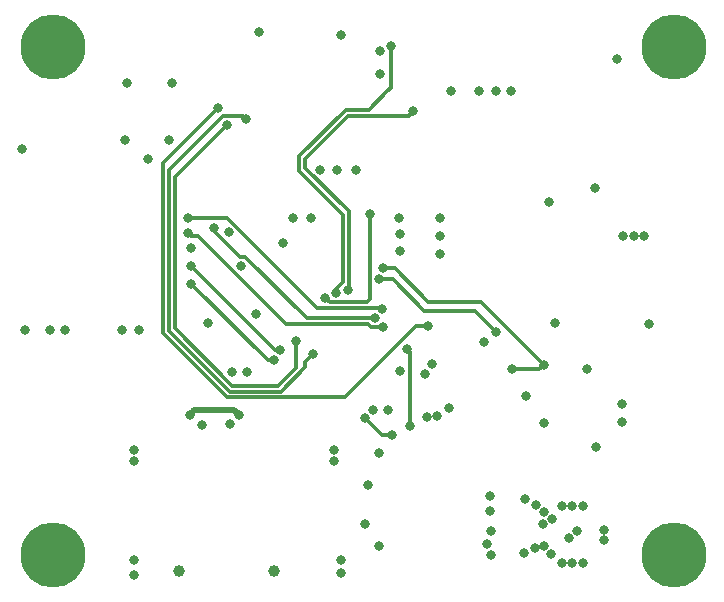
<source format=gbl>
G04 #@! TF.GenerationSoftware,KiCad,Pcbnew,(5.1.10)-1*
G04 #@! TF.CreationDate,2021-10-27T16:42:24-05:00*
G04 #@! TF.ProjectId,Board,426f6172-642e-46b6-9963-61645f706362,rev?*
G04 #@! TF.SameCoordinates,PX88abcb0PY37c5580*
G04 #@! TF.FileFunction,Copper,L4,Bot*
G04 #@! TF.FilePolarity,Positive*
%FSLAX46Y46*%
G04 Gerber Fmt 4.6, Leading zero omitted, Abs format (unit mm)*
G04 Created by KiCad (PCBNEW (5.1.10)-1) date 2021-10-27 16:42:24*
%MOMM*%
%LPD*%
G01*
G04 APERTURE LIST*
G04 #@! TA.AperFunction,ComponentPad*
%ADD10C,1.000000*%
G04 #@! TD*
G04 #@! TA.AperFunction,ComponentPad*
%ADD11C,5.500000*%
G04 #@! TD*
G04 #@! TA.AperFunction,ViaPad*
%ADD12C,0.800000*%
G04 #@! TD*
G04 #@! TA.AperFunction,Conductor*
%ADD13C,0.300000*%
G04 #@! TD*
G04 #@! TA.AperFunction,Conductor*
%ADD14C,0.500000*%
G04 #@! TD*
G04 APERTURE END LIST*
D10*
X-11000000Y-46250000D03*
X-3000000Y-46250000D03*
D11*
X-21644000Y-1845000D03*
X30934000Y-1845000D03*
X30934000Y-44898000D03*
X-21644000Y-44898000D03*
D12*
X18361000Y-31436000D03*
X-15548000Y-9719000D03*
X-11865000Y-9719000D03*
X-13643000Y-11370000D03*
X-24311000Y-10481000D03*
X-24057000Y-25848000D03*
X-20628000Y-25848000D03*
X-21898000Y-25848000D03*
X-14405000Y-25848000D03*
X-8563000Y-25213000D03*
X-6810000Y-17520000D03*
X-15421000Y-4893000D03*
X-11611000Y-4893000D03*
X2718000Y-829000D03*
X6020000Y-4131000D03*
X26108000Y-2861000D03*
X26616000Y-17847000D03*
X27505000Y-17847000D03*
X28394000Y-17847000D03*
X28775000Y-25340000D03*
X24330000Y-35754000D03*
X21409000Y-40707000D03*
X23187000Y-40707000D03*
X24965000Y-42739000D03*
X24965000Y-43628000D03*
X23187000Y-45533000D03*
X22298000Y-45533000D03*
X21409000Y-45533000D03*
X22298000Y-40707000D03*
X15440000Y-42866000D03*
X15440000Y-44898000D03*
X5915000Y-36262000D03*
X2105000Y-36008000D03*
X2105000Y-36897000D03*
X-14786000Y-36008000D03*
X-14786000Y-36897000D03*
X2740000Y-45279000D03*
X2740000Y-46422000D03*
X-14786000Y-45279000D03*
X-14786000Y-46549000D03*
X11122000Y-17847000D03*
X11122000Y-19371000D03*
X11122000Y-16323000D03*
X962000Y-12259000D03*
X5026000Y-38929000D03*
X-9040000Y-33880000D03*
X-1324000Y-16323000D03*
X200000Y-16323000D03*
X-5769000Y-20387000D03*
X9979000Y-33214000D03*
X10840000Y-33140000D03*
X26489000Y-33595000D03*
X20790000Y-25213000D03*
X20290000Y-15020000D03*
X-4499000Y-24451000D03*
X14805000Y-26820000D03*
X5407000Y-32579000D03*
X18290000Y-40120000D03*
X19190000Y-40620000D03*
X18234000Y-44720000D03*
X19090000Y-44320000D03*
X19890000Y-44120000D03*
X19790000Y-42220000D03*
X19890000Y-41220000D03*
X15290000Y-39920000D03*
X15290000Y-41120000D03*
X20590000Y-41820000D03*
X20490000Y-44820000D03*
X22690000Y-42820000D03*
X21990000Y-43420000D03*
X24203000Y-13783000D03*
X15090000Y-43920000D03*
X9790000Y-29520000D03*
X15790000Y-5620000D03*
X14390000Y-5620000D03*
X11990000Y-5620000D03*
X17090000Y-5620000D03*
X-15802000Y-25848000D03*
X-4245000Y-575000D03*
X6020000Y-2226000D03*
X26489000Y-32071000D03*
X7693000Y-17720000D03*
X7693000Y-19117000D03*
X4010000Y-12259000D03*
X2359000Y-12259000D03*
X19885000Y-33722000D03*
X5915000Y-44136000D03*
X-5261000Y-29404000D03*
X-6710000Y-33820000D03*
X23568000Y-29150000D03*
X-2213000Y-18482000D03*
X10390000Y-28720000D03*
X11884000Y-32452000D03*
X-6531000Y-29404000D03*
X7693000Y-29277000D03*
X6680000Y-32620000D03*
X4772000Y-42231000D03*
X7590000Y-16320000D03*
X-7710000Y-7020000D03*
X10090000Y-25520000D03*
X5190000Y-16020000D03*
X1355126Y-23082397D03*
X-9960000Y-21911000D03*
X-2975000Y-28388000D03*
X-9960000Y-20387000D03*
X-2467000Y-27499000D03*
X5903000Y-21557215D03*
X15821000Y-25975000D03*
X17218000Y-29150000D03*
X19885000Y-28769000D03*
X6224440Y-20610284D03*
X6904571Y-1759590D03*
X2261236Y-22659350D03*
X-6912000Y-8449000D03*
X-1070000Y-26737000D03*
X327000Y-27880000D03*
X-5366332Y-7963994D03*
X-10214000Y-16323000D03*
X6188634Y-24043804D03*
X6296000Y-25594000D03*
X-10214000Y-17593000D03*
X5588892Y-24844000D03*
X-8055000Y-17212000D03*
X-9960000Y-18863000D03*
X8582000Y-33988000D03*
X8290000Y-27420000D03*
X4699892Y-33286108D03*
X7058000Y-34738000D03*
X-10110000Y-33020000D03*
X-5950169Y-33032831D03*
X3281257Y-22443000D03*
X8836000Y-7306000D03*
D13*
X-7710000Y-7020000D02*
X-12357020Y-11667020D01*
X-6912222Y-31547020D02*
X3052978Y-31547020D01*
X-12357020Y-11667020D02*
X-12357020Y-26102222D01*
X-12357020Y-26102222D02*
X-6912222Y-31547020D01*
X3052978Y-31547020D02*
X3062980Y-31547020D01*
X9090000Y-25520000D02*
X10090000Y-25520000D01*
X3062980Y-31547020D02*
X9090000Y-25520000D01*
X1355126Y-23082397D02*
X1465729Y-23193000D01*
X4891010Y-23442990D02*
X5153000Y-23181000D01*
X5153000Y-20641000D02*
X5153000Y-16323000D01*
X1731990Y-23442990D02*
X4891010Y-23442990D01*
X1371397Y-23082397D02*
X1731990Y-23442990D01*
X5153000Y-23181000D02*
X5153000Y-20641000D01*
X1355126Y-23082397D02*
X1371397Y-23082397D01*
X-3483000Y-28388000D02*
X-2975000Y-28388000D01*
X-9960000Y-21911000D02*
X-3483000Y-28388000D01*
X-2848000Y-27499000D02*
X-2467000Y-27499000D01*
X-9960000Y-20387000D02*
X-2848000Y-27499000D01*
X5903000Y-21557215D02*
X7085215Y-21557215D01*
X7085215Y-21557215D02*
X9725000Y-24197000D01*
X14043000Y-24197000D02*
X15821000Y-25975000D01*
X9725000Y-24197000D02*
X14043000Y-24197000D01*
X19504000Y-29150000D02*
X19885000Y-28769000D01*
X17218000Y-29150000D02*
X19504000Y-29150000D01*
X6224440Y-20610284D02*
X7281284Y-20610284D01*
X7281284Y-20610284D02*
X10106000Y-23435000D01*
X14551000Y-23435000D02*
X19885000Y-28769000D01*
X10106000Y-23435000D02*
X14551000Y-23435000D01*
X3121000Y-7179000D02*
X5031000Y-7179000D01*
X6904571Y-5305429D02*
X6904571Y-1759590D01*
X5031000Y-7179000D02*
X6590000Y-5620000D01*
X6590000Y-5620000D02*
X6904571Y-5305429D01*
X-816000Y-12386000D02*
X-816000Y-11116000D01*
X2890490Y-16092490D02*
X-816000Y-12386000D01*
X2890490Y-21727512D02*
X2890490Y-16092490D01*
X2261236Y-22356766D02*
X2890490Y-21727512D01*
X2261236Y-22659350D02*
X2261236Y-22356766D01*
X-816000Y-11116000D02*
X3121000Y-7179000D01*
X-11357000Y-12894000D02*
X-6912000Y-8449000D01*
X-11357000Y-25688002D02*
X-11357000Y-12894000D01*
X-2594000Y-30547000D02*
X-6498002Y-30547000D01*
X-6498002Y-30547000D02*
X-11357000Y-25688002D01*
X-1070000Y-29023000D02*
X-1197000Y-29150000D01*
X-1070000Y-26737000D02*
X-1070000Y-29023000D01*
X-1197000Y-29150000D02*
X-2594000Y-30547000D01*
X327000Y-27880000D02*
X-308000Y-28515000D01*
X-308000Y-28515000D02*
X-308000Y-28968120D01*
X-308000Y-28968120D02*
X-2386890Y-31047010D01*
X-6705112Y-31047010D02*
X-6705114Y-31047008D01*
X-2386890Y-31047010D02*
X-6705112Y-31047010D01*
X-11857010Y-25895112D02*
X-11857010Y-12686890D01*
X-6705114Y-31047008D02*
X-11857010Y-25895112D01*
X-5631327Y-7698999D02*
X-5366332Y-7963994D01*
X-7272001Y-7698999D02*
X-5631327Y-7698999D01*
X-11857010Y-12284008D02*
X-7272001Y-7698999D01*
X-11857010Y-12686890D02*
X-11857010Y-12284008D01*
X-6944998Y-16323000D02*
X675002Y-23943000D01*
X-10214000Y-16323000D02*
X-6944998Y-16323000D01*
X6087830Y-23943000D02*
X6188634Y-24043804D01*
X675002Y-23943000D02*
X6087830Y-23943000D01*
X-9960000Y-17847000D02*
X-10214000Y-17593000D01*
X-9419002Y-17847000D02*
X-9960000Y-17847000D01*
X-1921992Y-25344010D02*
X-9419002Y-17847000D01*
X5228891Y-25594001D02*
X4978900Y-25344010D01*
X6296000Y-25594000D02*
X5228891Y-25594001D01*
X4978900Y-25344010D02*
X-1921992Y-25344010D01*
X-8055000Y-17433002D02*
X-8055000Y-17212000D01*
X-5851003Y-19636999D02*
X-8055000Y-17433002D01*
X-5408999Y-19636999D02*
X-5851003Y-19636999D01*
X-201998Y-24844000D02*
X-5408999Y-19636999D01*
X5588892Y-24844000D02*
X-201998Y-24844000D01*
X8582000Y-31563000D02*
X8582000Y-33988000D01*
X8582000Y-27712000D02*
X8290000Y-27420000D01*
X8582000Y-31563000D02*
X8582000Y-27712000D01*
X6151784Y-34738000D02*
X7058000Y-34738000D01*
X4699892Y-33286108D02*
X6151784Y-34738000D01*
X-6023000Y-32960000D02*
X-5950169Y-33032831D01*
D14*
X-6362999Y-32620001D02*
X-5950169Y-33032831D01*
X-9710001Y-32620001D02*
X-6362999Y-32620001D01*
X-10110000Y-33020000D02*
X-9710001Y-32620001D01*
D13*
X3390500Y-22333757D02*
X3281257Y-22443000D01*
X3390500Y-16147300D02*
X3390500Y-22333757D01*
X-308000Y-12099002D02*
X-308000Y-11315120D01*
X3390500Y-15797502D02*
X-308000Y-12099002D01*
X3390500Y-16147300D02*
X3390500Y-15797502D01*
X-308000Y-11315120D02*
X3328110Y-7679010D01*
X3328110Y-7679010D02*
X7900110Y-7679010D01*
X8462990Y-7679010D02*
X8836000Y-7306000D01*
X7900110Y-7679010D02*
X8462990Y-7679010D01*
M02*

</source>
